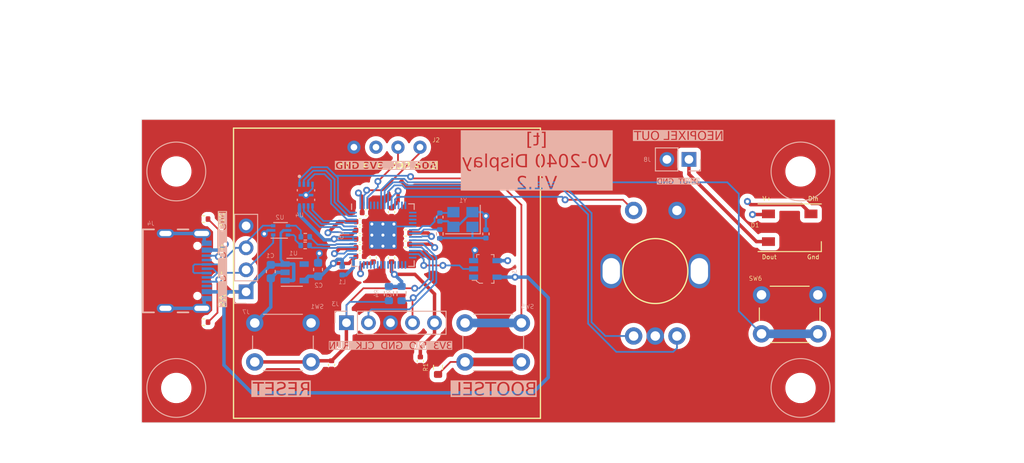
<source format=kicad_pcb>
(kicad_pcb (version 20221018) (generator pcbnew)
  (layers (0 "F.Cu" signal) (1 "In1.Cu" power) (2 "In2.Cu" power) (31 "B.Cu" signal) (34 "B.Paste" user) (35 "F.Paste" user) (36 "B.SilkS" user "B.Silkscreen") (37 "F.SilkS" user "F.Silkscreen") (38 "B.Mask" user) (39 "F.Mask" user) (44 "Edge.Cuts" user))
  (net 0 "")
  (net 1 "GND")
  (net 2 "VBUS")
  (net 3 "D+")
  (net 4 "D-")
  (net 5 "SDA")
  (net 6 "SCL")
  (net 7 "SWDCLK")
  (net 8 "SWDIO")
  (net 9 "Net-(D1-DOUT)")
  (net 10 "Kill_Switch")
  (net 11 "NeoPixel")
  (net 12 "Net-(D1-DIN)")
  (net 13 "OSC_IN")
  (net 14 "Net-(C4-Pad1)")
  (net 15 "Encoder_Switch")
  (net 16 "Encoder_B")
  (net 17 "Encoder_A")
  (net 18 "RUN")
  (net 19 "3.3V")
  (net 20 "AVDD")
  (net 22 "OSC_OUT")
  (net 23 "QSPI_SS")
  (net 24 "Net-(J4-CC2)")
  (net 25 "OUT_D+")
  (net 26 "OUT_D-")
  (net 27 "QSPI_SD2")
  (net 28 "QSPI_SD1")
  (net 29 "QSPI_SD3")
  (net 30 "QSPI_SCLK")
  (net 31 "QSPI_SD0")
  (net 32 "Net-(J4-CC1)")
  (net 34 "Net-(SW5-B)")
  (net 36 "1.1V")
  (net 61 "Net-(U5-USB_DP)")
  (net 62 "Net-(U5-USB_DM)")
  (footprint "Voron0 2040 library:R_0603_1608Metric" (layer "F.Cu") (at 119.36 78.26 90)
    (fp_text reference "R1")
    (fp_text value "1K" hide)
  )
  (footprint "Voron0 2040 library:MountingHole_3.2mm_M3" (layer "F.Cu") (at 161.17 80.65)
    (fp_text reference "H2" hide)
    (fp_text value "MountingHole" hide)
  )
  (footprint "Voron0 2040 library:MountingHole_3.2mm_M3" (layer "F.Cu") (at 161.17 55.65)
    (fp_text reference "H3" hide)
    (fp_text value "MountingHole" hide)
  )
  (footprint "Voron0 2040 library:LED_WS2812B_PLCC4_5.0x5.0mm_P3.2mm" (layer "F.Cu") (at 159.92 62.15)
    (fp_text reference "D1")
    (fp_text value "WS2812B" hide)
  )
  (footprint "Voron0 2040 library:SW_PUSH_6mm" (layer "F.Cu") (at 156.67 69.9)
    (fp_text reference "SW6")
    (fp_text value "MJTP1230A" hide)
  )
  (footprint "Voron0 2040 library:EN11_Encoder" (layer "F.Cu") (at 144.42 67.15)
    (fp_text reference "SW7" hide)
    (fp_text value "EN11-HSB1AF15" hide)
  )
  (footprint "Voron0 2040 library:MountingHole_3.2mm_M3" (layer "F.Cu") (at 89.17 80.65)
    (fp_text reference "H4" hide)
    (fp_text value "MountingHole" hide)
  )
  (footprint "Voron0 2040 library:MountingHole_3.2mm_M3" (layer "F.Cu") (at 89.17 55.65)
    (fp_text reference "H1" hide)
    (fp_text value "MountingHole" hide)
  )
  (footprint "Voron0 2040 library:1pt3in_OLED" (layer "F.Cu") (at 113.47 52.85)
    (fp_text reference "J2")
    (fp_text value "I2C Header 1" hide)
  )
  (footprint "Voron0 2040 library:C_0402_1005Metric" (layer "F.Cu") (at 110.37 62.45)
    (fp_text reference "C12" hide)
    (fp_text value "0.1uf" hide)
  )
  (footprint "Voron0 2040 library:R_0402_1005Metric" (layer "F.Cu") (at 92.32 73.05)
    (fp_text reference "R5" hide)
    (fp_text value "5.1K" hide)
  )
  (footprint "Voron0 2040 library:C_0402_1005Metric" (layer "F.Cu") (at 115.62 62.75 180)
    (fp_text reference "C11" hide)
    (fp_text value "0.1uf" hide)
  )
  (footprint "Voron0 2040 library:C_0402_1005Metric" (layer "F.Cu") (at 110.37 63.45)
    (fp_text reference "C14" hide)
    (fp_text value "0.1uf" hide)
  )
  (footprint "Voron0 2040 library:R_0402_1005Metric" (layer "F.Cu") (at 92.32 61.15 180)
    (fp_text reference "R6" hide)
    (fp_text value "5.1K" hide)
  )
  (footprint "Voron0 2040 library:C_0402_1005Metric" (layer "F.Cu") (at 107.08 77.99 -90)
    (fp_text reference "C8" hide)
    (fp_text value "0.1uf" hide)
  )
  (footprint "Voron0 2040 library:C_0402_1005Metric" (layer "F.Cu") (at 114 65.6 90)
    (fp_text reference "C10" hide)
    (fp_text value "0.1uf" hide)
  )
  (footprint "Voron0 2040 library:C_0402_1005Metric" (layer "F.Cu") (at 110.37 61.45)
    (fp_text reference "C9" hide)
    (fp_text value "1uf" hide)
  )
  (footprint "Voron0 2040 library:C_0402_1005Metric" (layer "F.Cu") (at 117.32 77.55 -90)
    (fp_text reference "C5" hide)
    (fp_text value "0.1uf" hide)
  )
  (footprint "Voron0 2040 library:C_0402_1005Metric" (layer "F.Cu") (at 110.37 64.45)
    (fp_text reference "C7" hide)
    (fp_text value "0.1uf" hide)
  )
  (footprint "Voron0 2040 library:C_0402_1005Metric" (layer "F.Cu") (at 110.37 65.45)
    (fp_text reference "C16" hide)
    (fp_text value "0.1uf" hide)
  )
  (footprint "Voron0 2040 library:C_0402_1005Metric" (layer "F.Cu") (at 111.09 60.4)
    (fp_text reference "C17" hide)
    (fp_text value "0.1uf" hide)
  )
  (footprint "Voron0 2040 library:C_0402_1005Metric" (layer "F.Cu") (at 114 60.35 -90)
    (fp_text reference "C13" hide)
    (fp_text value "0.1uf" hide)
  )
  (footprint "Voron0 2040 library:C_0402_1005Metric" (layer "F.Cu") (at 115.6 64.05 180)
    (fp_text reference "C6" hide)
    (fp_text value "0.1uf" hide)
  )
  (footprint "Voron0 2040 library:C_0402_1005Metric" (layer "F.Cu") (at 111.88 65.6 90)
    (fp_text reference "C15" hide)
    (fp_text value "0.1uf" hide)
  )
  (footprint "Voron0 2040 library:PinHeader_1x05_P2.54mm_Vertical" (layer "B.Cu") (at 108.795 73.12 -90)
    (fp_text reference "J3")
    (fp_text value "SWD" hide)
  )
  (footprint "Voron0 2040 library:R_0402_1005Metric" (layer "B.Cu") (at 119.56 62.86 -90)
    (fp_text reference "R2" hide)
    (fp_text value "1k" hide)
  )
  (footprint "Voron0 2040 library:R_0603_1608Metric" (layer "B.Cu") (at 115.15 69.75 -90)
    (fp_text reference "R3")
    (fp_text value "10k" hide)
  )
  (footprint "Voron0 2040 library:SW_PUSH_6mm" (layer "B.Cu") (at 128.975 73.145 180)
    (fp_text reference "SW5")
    (fp_text value "MJTP1230A" hide)
  )
  (footprint "Voron0 2040 library:C_0603_1608Metric" (layer "B.Cu") (at 105.52 66.975 90)
    (fp_text reference "C2")
    (fp_text value "4.7uF" hide)
  )
  (footprint "Voron0 2040 library:C_0402_1005Metric" (layer "B.Cu") (at 119.57 60.92 90)
    (fp_text reference "C3" hide)
    (fp_text value "27pf" hide)
  )
  (footprint "Voron0 2040 library:C_0402_1005Metric" (layer "B.Cu") (at 124.88 62.86 90)
    (fp_text reference "C4" hide)
    (fp_text value "27pf" hide)
  )
  (footprint "Voron0 2040 library:SOT-23-5" (layer "B.Cu") (at 102.82 67.295)
    (fp_text reference "U1")
    (fp_text value "AP2127K-3.3" hide)
  )
  (footprint "Voron0 2040 library:SOT-753" (layer "B.Cu") (at 124.81 66.9 90)
    (fp_text reference "U3")
    (fp_text value "74LVC1G17" hide)
  )
  (footprint "Voron0 2040 library:SOT-666" (layer "B.Cu") (at 101.195 62.45)
    (fp_text reference "U2")
    (fp_text value "USBLC6-2P6" hide)
  )
  (footprint "Voron0 2040 library:PinHeader_1x02_P2.54mm_Vertical" (layer "B.Cu") (at 148.3 54.26 90)
    (fp_text reference "J8")
    (fp_text value "Conn_01x02" hide)
  )
  (footprint "Voron0 2040 library:C_0603_1608Metric" (layer "B.Cu") (at 100.07 67.205 -90)
    (fp_text reference "C1")
    (fp_text value "4.7uF" hide)
  )
  (footprint "Voron0 2040 library:PinHeader_1x04_P2.54mm_Vertical" (layer "B.Cu") (at 97.22 69.55)
    (fp_text reference "J7")
    (fp_text value "USB_Header")
  )
  (footprint "Voron0 2040 library:IC_W25Q16JVUXIQ_TR" (layer "B.Cu") (at 104.13 58.3775 -90)
    (fp_text reference "U4")
    (fp_text value "W25Q16JVUXIQ_TR" hide)
  )
  (footprint "Voron0 2040 library:SW_PUSH_6mm" (layer "B.Cu") (at 104.72 73.145 180)
    (fp_text reference "SW1")
    (fp_text value "MJTP1230A" hide)
  )
  (footprint "Voron0 2040 library:R_0402_1005Metric" (layer "B.Cu") (at 104.05 63.19 180)
    (fp_text reference "R7" hide)
    (fp_text value "27R" hide)
  )
  (footprint "Voron0 2040 library:RP2040-QFN-56" (layer "B.Cu") (at 113 63 -90)
    (fp_text reference "U5")
    (fp_text value "RP2040" hide)
  )
  (footprint "Voron0 2040 library:L_0402_1005Metric" (layer "B.Cu") (at 108.31 67.11 -90)
    (fp_text reference "L1")
    (fp_text value "120R 100MHZ" hide)
  )
  (footprint "Voron0 2040 library:Crystal_SMD_3225-4Pin_3.2x2.5mm" (layer "B.Cu") (at 122.23 61.2 180)
    (fp_text reference "Y1")
    (fp_text value "12Mhz" hide)
  )
  (footprint "Voron0 2040 library:GCT_USB4105-GF-A" (layer "B.Cu") (at 87.92 67.13 90)
    (fp_text reference "J4")
    (fp_text value "USB-TYPE-C-018" hide)
  )
  (footprint "Voron0 2040 library:R_0603_1608Metric" (layer "B.Cu") (at 113.69 69.75 -90)
    (fp_text reference "R4")
    (fp_text value "10k" hide)
  )
  (footprint "Voron0 2040 library:R_0402_1005Metric" (layer "B.Cu") (at 104.03 64.19)
    (fp_text reference "R8" hide)
    (fp_text value "27R" hide)
  )
  (gr_circle (center 161.17 55.65) (end 163.57 53.25) (stroke (width 0.12)) (fill none) (layer "B.SilkS"))
  (gr_circle (center 89.17 80.65) (end 91.57 78.25) (stroke (width 0.12)) (fill none) (layer "B.SilkS"))
  (gr_circle (center 89.17 55.65) (end 91.57 53.25) (stroke (width 0.12)) (fill none) (layer "B.SilkS"))
  (gr_circle (center 161.17 80.65) (end 163.57 78.25) (stroke (width 0.12)) (fill none) (layer "B.SilkS"))
  (gr_line (start 85.17 84.65) (end 85.17 49.65) (stroke (width 0.05)) (layer "Edge.Cuts"))
  (gr_line (start 85.17 49.65) (end 165.17 49.65) (stroke (width 0.05)) (layer "Edge.Cuts"))
  (gr_line (start 165.17 84.65) (end 85.17 84.65) (stroke (width 0.05)) (layer "Edge.Cuts"))
  (gr_line (start 165.17 49.65) (end 165.17 84.65) (stroke (width 0.05)) (layer "Edge.Cuts"))
  (gr_text "5V    D-    D+    Gnd" (at 94.42 71.32 270) (layer "B.SilkS" knockout) (effects (font (size 0.8 0.8)) (justify left mirror)))
  (gr_text "NEOPIXEL OUT" (at 147.12 52.175) (layer "B.SilkS" knockout) (effects (font (size 1 1)) (justify bottom mirror)))
  (gr_text "3V3  DIO  GND  CLK  RUN" (at 113.87 75.81) (layer "B.SilkS" knockout) (effects (font (size 0.8 0.8)) (justify mirror)))
  (gr_text "[t]\nV0-2040 Display\nV1.2" (at 130.72 54.55) (layer "B.SilkS" knockout) (effects (font (size 1.5 1.5) (thickness 0.2)) (justify mirror)))
  (gr_text "RESET" (at 104.72 80.875) (layer "B.SilkS" knockout) (effects (font (size 1.5 1.5) (thickness 0.3)) (justify left mirror)))
  (gr_text "DOUT  GND" (at 147.07 56.825) (layer "B.SilkS" knockout) (effects (font (size 0.6 0.6)) (justify mirror)))
  (gr_text "SDA SCL  3V3 GND" (at 113.35 55.02) (layer "B.SilkS" knockout) (effects (font (size 0.8 0.8) (thickness 0.1875) bold) (justify mirror)))
  (gr_text "BOOTSEL" (at 125.87 80.875) (layer "B.SilkS" knockout) (effects (font (size 1.5 1.5) (thickness 0.3)) (justify mirror)))
  (gr_text "V+" (at 157.306 58.794) (layer "F.SilkS") (effects (font (size 0.5 0.5) (thickness 0.075))))
  (gr_text "Gnd" (at 162.64 65.525) (layer "F.SilkS") (effects (font (size 0.5 0.5) (thickness 0.075))))
  (gr_text " 5V    D-    D+    Gnd" (at 94.57 71.67 90) (layer "F.SilkS" knockout) (effects (font (size 0.8 0.8)) (justify left)))
  (gr_text "Dout" (at 157.56 65.525) (layer "F.SilkS") (effects (font (size 0.5 0.5) (thickness 0.075))))
  (gr_text "Din" (at 162.64 58.794) (layer "F.SilkS") (effects (font (size 0.5 0.5) (thickness 0.075))))
  (gr_text "GND 3V3  SCL SDA" (at 113.38 55.02) (layer "F.SilkS" knockout) (effects (font (size 0.8 0.8) (thickness 0.1875) bold)))
  (segment (start 110.85 62.45) (end 111 62.45) (width 0.4) (layer "F.Cu") (net 1))
  (segment (start 111.57 61.57) (end 111.725 61.725) (width 0.4) (layer "F.Cu") (net 1))
  (segment (start 111.275 63.45) (end 111.725 63) (width 0.4) (layer "F.Cu") (net 1))
  (segment (start 110.85 63.45) (end 111.275 63.45) (width 0.4) (layer "F.Cu") (net 1))
  (segment (start 91.81 71.74) (end 92.1 71.45) (width 0.4) (layer "F.Cu") (net 1))
  (segment (start 114 60.83) (end 114 61.45) (width 0.4) (layer "F.Cu") (net 1))
  (segment (start 110.85 64.45) (end 111.55 64.45) (width 0.4) (layer "F.Cu") (net 1))
  (segment (start 115.14 62.75) (end 114.525 62.75) (width 0.4) (layer "F.Cu") (net 1))
  (segment (start 114 64.55) (end 114.275 64.275) (width 0.4) (layer "F.Cu") (net 1))
  (segment (start 115.12 64.05) (end 114.5 64.05) (width 0.4) (layer "F.Cu") (net 1))
  (segment (start 110.85 61.45) (end 111.45 61.45) (width 0.4) (layer "F.Cu") (net 1))
  (segment (start 114.525 62.75) (end 114.275 63) (width 0.4) (layer "F.Cu") (net 1))
  (segment (start 110.85 65.45) (end 110.85 65.15) (width 0.4) (layer "F.Cu") (net 1))
  (segment (start 111.88 65.12) (end 111.88 64.43) (width 0.4) (layer "F.Cu") (net 1))
  (segment (start 111.55 64.45) (end 111.725 64.275) (width 0.4) (layer "F.Cu") (net 1))
  (segment (start 111.57 60.4) (end 111.57 61.57) (width 0.4) (layer "F.Cu") (net 1))
  (segment (start 110.85 65.15) (end 111.725 64.275) (width 0.4) (layer "F.Cu") (net 1))
  (segment (start 111.45 61.45) (end 111.725 61.725) (width 0.4) (layer "F.Cu") (net 1))
  (segment (start 111.88 64.43) (end 111.725 64.275) (width 0.4) (layer "F.Cu") (net 1))
  (segment (start 114.5 64.05) (end 114.275 64.275) (width 0.4) (layer "F.Cu") (net 1))
  (segment (start 111 62.45) (end 111.725 61.725) (width 0.4) (layer "F.Cu") (net 1))
  (segment (start 114 61.45) (end 114.275 61.725) (width 0.4) (layer "F.Cu") (net 1))
  (segment (start 114 65.12) (end 114 64.55) (width 0.4) (layer "F.Cu") (net 1))
  (via (at 99.32 62.85) (size 0.8) (drill 0.4) (layers "F.Cu" "B.Cu") (net 1))
  (via (at 124.88 60.79) (size 0.8) (drill 0.4) (layers "F.Cu" "B.Cu") (net 1))
  (via (at 123.61 64.75) (size 0.8) (drill 0.4) (layers "F.Cu" "B.Cu") (net 1))
  (via (at 105.67 65.1) (size 0.8) (drill 0.4) (layers "F.Cu" "B.Cu") (net 1))
  (via (at 104.13 58.3775) (size 0.8) (drill 0.4) (layers "F.Cu" "B.Cu") (net 1))
  (segment (start 92.1 62.81) (end 87.64 62.81) (width 0.4) (layer "B.Cu") (net 1))
  (segment (start 99.72 62.45) (end 99.32 62.85) (width 0.3) (layer "B.Cu") (net 1))
  (segment (start 114 62) (end 113.01 62.99) (width 0.2) (layer "B.Cu") (net 1))
  (segment (start 92.395 70.33) (end 92.395 71.155) (width 0.4) (layer "B.Cu") (net 1))
  (segment (start 123.46 64.9) (end 123.61 64.75) (width 0.2) (layer "B.Cu") (net 1))
  (segment (start 104.88 57.1275) (end 104.88 57.6275) (width 0.2) (layer "B.Cu") (net 1))
  (segment (start 121.13 62.05) (end 121.545 62.05) (width 0.25) (layer "B.Cu") (net 1))
  (segment (start 100.07 67.98) (end 100.07 71.295) (width 0.4) (layer "B.Cu") (net 1))
  (segment (start 92.395 71.155) (end 92.1 71.45) (width 0.4) (layer "B.Cu") (net 1))
  (segment (start 119.57 61.4) (end 120.48 61.4) (width 0.25) (layer "B.Cu") (net 1))
  (segment (start 92.1 71.45) (end 87.64 71.45) (width 0.4) (layer "B.Cu") (net 1))
  (segment (start 124.88 60.79) (end 124.44 60.35) (width 0.25) (layer "B.Cu") (net 1))
  (segment (start 124.44 60.35) (end 123.33 60.35) (width 0.25) (layer "B.Cu") (net 1))
  (segment (start 113.01 62.99) (end 113 63) (width 0.2) (layer "B.Cu") (net 1))
  (segment (start 100.755 67.295) (end 100.07 67.98) (width 0.4) (layer "B.Cu") (net 1))
  (segment (start 120.48 61.4) (end 121.13 62.05) (width 0.25) (layer "B.Cu") (net 1))
  (segment (start 92.395 63.105) (end 92.1 62.81) (width 0.4) (layer "B.Cu") (net 1))
  (segment (start 124.88 60.79) (end 124.88 62.38) (width 0.25) (layer "B.Cu") (net 1))
  (segment (start 92.395 63.93) (end 92.395 63.105) (width 0.4) (layer "B.Cu") (net 1))
  (segment (start 104.88 57.6275) (end 104.13 58.3775) (width 0.2) (layer "B.Cu") (net 1))
  (segment (start 100.27 62.45) (end 99.72 62.45) (width 0.3) (layer "B.Cu") (net 1))
  (segment (start 105.52 65.25) (end 105.52 66.2) (width 0.25) (layer "B.Cu") (net 1))
  (segment (start 116.435 62) (end 114 62) (width 0.2) (layer "B.Cu") (net 1))
  (segment (start 105.67 65.1) (end 105.52 65.25) (width 0.25) (layer "B.Cu") (net 1))
  (segment (start 123.46 65.95) (end 123.46 64.9) (width 0.2) (layer "B.Cu") (net 1))
  (segment (start 121.545 62.05) (end 123.245 60.35) (width 0.25) (layer "B.Cu") (net 1))
  (segment (start 123.245 60.35) (end 123.33 60.35) (width 0.25) (layer "B.Cu") (net 1))
  (segment (start 101.72 67.295) (end 100.755 67.295) (width 0.4) (layer "B.Cu") (net 1))
  (segment (start 100.07 71.295) (end 98.22 73.145) (width 0.4) (layer "B.Cu") (net 1))
  (segment (start 155.63 60.62) (end 157.4 60.62) (width 0.4) (layer "F.Cu") (net 2))
  (segment (start 95.52 69.55) (end 97.22 69.55) (width 0.4) (layer "F.Cu") (net 2))
  (segment (start 94.82 64.05) (end 94.82 68.85) (width 0.4) (layer "F.Cu") (net 2))
  (segment (start 94.82 68.85) (end 95.52 69.55) (width 0.4) (layer "F.Cu") (net 2))
  (segment (start 157.4 60.62) (end 157.47 60.55) (width 0.4) (layer "F.Cu") (net 2))
  (via (at 155.63 60.62) (size 0.8) (drill 0.4) (layers "F.Cu" "B.Cu") (net 2))
  (via (at 128.24 67.85) (size 0.8) (drill 0.4) (layers "F.Cu" "B.Cu") (net 2))
  (via (at 94.82 64.05) (size 0.8) (drill 0.4) (layers "F.Cu" "B.Cu") (net 2))
  (segment (start 94.14 64.73) (end 92.395 64.73) (width 0.4) (layer "B.Cu") (net 2))
  (segment (start 102.65 68.245) (end 101.72 68.245) (width 0.4) (layer "B.Cu") (net 2))
  (segment (start 132.07 70.23) (end 132.07 79.43) (width 0.4) (layer "B.Cu") (net 2))
  (segment (start 97.22 69.55) (end 95.72 69.55) (width 0.4) (layer "B.Cu") (net 2))
  (segment (start 129.69 67.85) (end 132.07 70.23) (width 0.4) (layer "B.Cu") (net 2))
  (segment (start 101.52 62.45) (end 101.22 62.75) (width 0.3) (layer "B.Cu") (net 2))
  (segment (start 102.715 66.345) (end 102.715 68.18) (width 0.4) (layer "B.Cu") (net 2))
  (segment (start 102.12 62.45) (end 101.52 62.45) (width 0.3) (layer "B.Cu") (net 2))
  (segment (start 101.22 62.75) (end 101.22 65.845) (width 0.3) (layer "B.Cu") (net 2))
  (segment (start 97.88 81.21) (end 94.67 78) (width 0.4) (layer "B.Cu") (net 2))
  (segment (start 128.24 67.85) (end 129.69 67.85) (width 0.4) (layer "B.Cu") (net 2))
  (segment (start 128.24 67.85) (end 126.16 67.85) (width 0.4) (layer "B.Cu") (net 2))
  (segment (start 102.715 68.18) (end 102.65 68.245) (width 0.4) (layer "B.Cu") (net 2))
  (segment (start 94.67 78) (end 94.67 70.1) (width 0.4) (layer "B.Cu") (net 2))
  (segment (start 130.29 81.21) (end 97.88 81.21) (width 0.4) (layer "B.Cu") (net 2))
  (segment (start 100.07 66.43) (end 97.22 69.28) (width 0.4) (layer "B.Cu") (net 2))
  (segment (start 101.635 66.43) (end 101.72 66.345) (width 0.4) (layer "B.Cu") (net 2))
  (segment (start 100.07 66.43) (end 101.635 66.43) (width 0.4) (layer "B.Cu") (net 2))
  (segment (start 94.67 70.1) (end 95.22 69.55) (width 0.4) (layer "B.Cu") (net 2))
  (segment (start 94.82 64.05) (end 94.14 64.73) (width 0.4) (layer "B.Cu") (net 2))
  (segment (start 95.22 69.55) (end 95.72 69.55) (width 0.4) (layer "B.Cu") (net 2))
  (segment (start 97.22 69.28) (end 97.22 69.55) (width 0.4) (layer "B.Cu") (net 2))
  (segment (start 101.72 66.345) (end 102.715 66.345) (width 0.4) (layer "B.Cu") (net 2))
  (segment (start 132.07 79.43) (end 130.29 81.21) (width 0.4) (layer "B.Cu") (net 2))
  (segment (start 92.415 69.55) (end 95.72 69.55) (width 0.4) (layer "B.Cu") (net 2))
  (segment (start 101.22 65.845) (end 101.72 66.345) (width 0.3) (layer "B.Cu") (net 2))
  (segment (start 92.395 66.38) (end 94.11 66.38) (width 0.2) (layer "B.Cu") (net 3))
  (segment (start 100.345 61.9125) (end 99.1575 61.9125) (width 0.2) (layer "B.Cu") (net 3))
  (segment (start 91.12 66.55) (end 91.29 66.38) (width 0.2) (layer "B.Cu") (net 3))
  (segment (start 94.11 66.38) (end 96.02 64.47) (width 0.2) (layer "B.Cu") (net 3))
  (segment (start 91.25 67.38) (end 91.12 67.25) (width 0.2) (layer "B.Cu") (net 3))
  (segment (start 92.395 67.38) (end 91.25 67.38) (width 0.2) (layer "B.Cu") (net 3))
  (segment (start 97.22 63.85) (end 97.22 64.47) (width 0.2) (layer "B.Cu") (net 3))
  (segment (start 96.02 64.47) (end 97.22 64.47) (width 0.2) (layer "B.Cu") (net 3))
  (segment (start 91.12 67.25) (end 91.12 66.55) (width 0.2) (layer "B.Cu") (net 3))
  (segment (start 91.29 66.38) (end 92.395 66.38) (width 0.2) (layer "B.Cu") (net 3))
  (segment (start 99.1575 61.9125) (end 97.22 63.85) (width 0.2) (layer "B.Cu") (net 3))
  (segment (start 92.395 66.88) (end 93.4 66.88) (width 0.2) (layer "B.Cu") (net 4))
  (segment (start 96.88 67.35) (end 93.912893 67.35) (width 0.2) (layer "B.Cu") (net 4))
  (segment (start 100.345 63.885) (end 97.22 67.01) (width 0.2) (layer "B.Cu") (net 4))
  (segment (start 100.345 62.9875) (end 100.345 63.885) (width 0.2) (layer "B.Cu") (net 4))
  (segment (start 97.22 67.01) (end 96.88 67.35) (width 0.2) (layer "B.Cu") (net 4))
  (segment (start 93.4 66.88) (end 93.891446 67.371447) (width 0.2) (layer "B.Cu") (net 4))
  (segment (start 93.382893 67.88) (end 92.395 67.88) (width 0.2) (layer "B.Cu") (net 4))
  (segment (start 93.891446 67.371447) (end 93.382893 67.88) (width 0.2) (layer "B.Cu") (net 4))
  (segment (start 111.126965 57.816965) (end 112.95227 57.816965) (width 0.2) (layer "F.Cu") (net 5))
  (segment (start 112.95227 57.816965) (end 117.28 53.489235) (width 0.2) (layer "F.Cu") (net 5))
  (segment (start 117.28 53.489235) (end 117.28 52.85) (width 0.2) (layer "F.Cu") (net 5))
  (via (at 111.126965 57.816965) (size 0.8) (drill 0.4) (layers "F.Cu" "B.Cu") (net 5))
  (segment (start 111.126965 58.10631) (end 110.8 58.433275) (width 0.2) (layer "B.Cu") (net 5))
  (segment (start 110.8 58.433275) (end 110.8 59.5625) (width 0.2) (layer "B.Cu") (net 5))
  (segment (start 111.126965 57.816965) (end 111.126965 58.10631) (width 0.2) (layer "B.Cu") (net 5))
  (segment (start 114.74 54.4795) (end 114.74 52.85) (width 0.2) (layer "F.Cu") (net 6))
  (segment (start 112.42 56.7995) (end 114.74 54.4795) (width 0.2) (layer "F.Cu") (net 6))
  (via (at 112.42 56.7995) (size 0.8) (drill 0.4) (layers "F.Cu" "B.Cu") (net 6))
  (segment (start 112.42 57.442463) (end 111.2 58.662463) (width 0.2) (layer "B.Cu") (net 6))
  (segment (start 112.42 56.7995) (end 112.42 57.442463) (width 0.2) (layer "B.Cu") (net 6))
  (segment (start 111.2 58.662463) (end 111.2 59.5625) (width 0.2) (layer "B.Cu") (net 6))
  (segment (start 116.4375 64) (end 117.615686 64) (width 0.2) (layer "B.Cu") (net 7))
  (segment (start 119.16 68.485685) (end 116.075685 71.57) (width 0.2) (layer "B.Cu") (net 7))
  (segment (start 119.16 65.544314) (end 119.16 68.485685) (width 0.2) (layer "B.Cu") (net 7))
  (segment (start 111.335 71.905) (end 111.335 73.12) (width 0.2) (layer "B.Cu") (net 7))
  (segment (start 116.075685 71.57) (end 111.67 71.57) (width 0.2) (layer "B.Cu") (net 7))
  (segment (start 111.67 71.57) (end 111.335 71.905) (width 0.2) (layer "B.Cu") (net 7))
  (segment (start 117.615686 64) (end 119.16 65.544314) (width 0.2) (layer "B.Cu") (net 7))
  (segment (start 116.415 70.312152) (end 116.415 73.12) (width 0.2) (layer "F.Cu") (net 8))
  (segment (start 116.498576 70.228576) (end 116.415 70.312152) (width 0.2) (layer "F.Cu") (net 8))
  (via (at 116.498576 70.228576) (size 0.8) (drill 0.4) (layers "F.Cu" "B.Cu") (net 8))
  (segment (start 118.76 65.71) (end 117.45 64.4) (width 0.2) (layer "B.Cu") (net 8))
  (segment (start 116.498576 70.228576) (end 116.697485 70.228576) (width 0.2) (layer "B.Cu") (net 8))
  (segment (start 117.45 64.4) (end 116.4375 64.4) (width 0.2) (layer "B.Cu") (net 8))
  (segment (start 118.76 68.166061) (end 118.76 65.71) (width 0.2) (layer "B.Cu") (net 8))
  (segment (start 116.498576 70.228576) (end 116.152152 70.575) (width 0.2) (layer "B.Cu") (net 8))
  (segment (start 116.152152 70.575) (end 115.15 70.575) (width 0.2) (layer "B.Cu") (net 8))
  (segment (start 116.697485 70.228576) (end 118.76 68.166061) (width 0.2) (layer "B.Cu") (net 8))
  (segment (start 157.47 63.75) (end 156.09 63.75) (width 0.4) (layer "F.Cu") (net 9))
  (segment (start 148.3 55.96) (end 148.3 54.26) (width 0.4) (layer "F.Cu") (net 9))
  (segment (start 156.09 63.75) (end 148.3 55.96) (width 0.4) (layer "F.Cu") (net 9))
  (segment (start 154.05 58.23) (end 154.05 71.78) (width 0.2) (layer "B.Cu") (net 10))
  (segment (start 112.8 57.77) (end 114.07 56.5) (width 0.2) (layer "B.Cu") (net 10))
  (segment (start 163.17 74.4) (end 156.67 74.4) (width 1) (layer "B.Cu") (net 10))
  (segment (start 152.72 56.9) (end 154.05 58.23) (width 0.2) (layer "B.Cu") (net 10))
  (segment (start 112.8 59.5625) (end 112.8 57.77) (width 0.2) (layer "B.Cu") (net 10))
  (segment (start 115.463603 56.5) (end 115.863603 56.9) (width 0.2) (layer "B.Cu") (net 10))
  (segment (start 154.05 71.78) (end 156.67 74.4) (width 0.2) (layer "B.Cu") (net 10))
  (segment (start 114.07 56.5) (end 115.463603 56.5) (width 0.2) (layer "B.Cu") (net 10))
  (segment (start 115.863603 56.9) (end 152.72 56.9) (width 0.2) (layer "B.Cu") (net 10))
  (segment (start 119.92 66.5) (end 117.71 66.5) (width 0.2) (layer "F.Cu") (net 11))
  (via (at 117.71 66.5) (size 0.8) (drill 0.4) (layers "F.Cu" "B.Cu") (net 11))
  (via (at 119.92 66.5) (size 0.8) (drill 0.4) (layers "F.Cu" "B.Cu") (net 11))
  (segment (start 117.118628 65.2) (end 116.4375 65.2) (width 0.2) (layer "B.Cu") (net 11))
  (segment (start 121.84 66.5) (end 122.24 66.9) (width 0.2) (layer "B.Cu") (net 11))
  (segment (start 117.71 66.5) (end 117.71 65.791372) (width 0.2) (layer "B.Cu") (net 11))
  (segment (start 119.92 66.5) (end 121.84 66.5) (width 0.2) (layer "B.Cu") (net 11))
  (segment (start 117.71 65.791372) (end 117.118628 65.2) (width 0.2) (layer "B.Cu") (net 11))
  (segment (start 122.24 66.9) (end 123.46 66.9) (width 0.2) (layer "B.Cu") (net 11))
  (segment (start 155.407825 59.48) (end 161.3 59.48) (width 0.4) (layer "F.Cu") (net 12))
  (segment (start 155.043913 59.116088) (end 155.407825 59.48) (width 0.4) (layer "F.Cu") (net 12))
  (segment (start 161.3 59.48) (end 162.37 60.55) (width 0.4) (layer "F.Cu") (net 12))
  (via (at 127.389999 65.95) (size 0.8) (drill 0.4) (layers "F.Cu" "B.Cu") (net 12))
  (via (at 155.043913 59.116088) (size 0.8) (drill 0.4) (layers "F.Cu" "B.Cu") (net 12))
  (segment (start 126.16 65.95) (end 127.389999 65.95) (width 0.4) (layer "B.Cu") (net 12))
  (segment (start 118.45 61.95) (end 118.96 61.44) (width 0.2) (layer "B.Cu") (net 13))
  (segment (start 117.116876 62.4) (end 117.566877 61.95) (width 0.2) (layer "B.Cu") (net 13))
  (segment (start 119.57 60.44) (end 121.04 60.44) (width 0.2) (layer "B.Cu") (net 13))
  (segment (start 121.04 60.44) (end 121.13 60.35) (width 0.2) (layer "B.Cu") (net 13))
  (segment (start 116.4375 62.4) (end 117.116876 62.4) (width 0.2) (layer "B.Cu") (net 13))
  (segment (start 118.96 61.44) (end 118.96 61.05) (width 0.2) (layer "B.Cu") (net 13))
  (segment (start 118.96 61.05) (end 119.57 60.44) (width 0.2) (layer "B.Cu") (net 13))
  (segment (start 117.566877 61.95) (end 118.45 61.95) (width 0.2) (layer "B.Cu") (net 13))
  (segment (start 123.33 62.05) (end 123.33 63.31) (width 0.25) (layer "B.Cu") (net 14))
  (segment (start 124.88 63.34) (end 123.3 63.34) (width 0.25) (layer "B.Cu") (net 14))
  (segment (start 123.3 63.34) (end 119.59 63.34) (width 0.25) (layer "B.Cu") (net 14))
  (segment (start 123.33 63.31) (end 123.3 63.34) (width 0.25) (layer "B.Cu") (net 14))
  (segment (start 134.02 58.92) (end 140.69 58.92) (width 0.2) (layer "F.Cu") (net 15))
  (segment (start 140.69 58.92) (end 141.92 60.15) (width 0.2) (layer "F.Cu") (net 15))
  (via (at 134.02 58.92) (size 0.8) (drill 0.4) (layers "F.Cu" "B.Cu") (net 15))
  (segment (start 133.676349 58.576349) (end 115.05289 58.576349) (width 0.2) (layer "B.Cu") (net 15))
  (segment (start 114.680235 58.6) (end 114.4 58.880235) (width 0.2) (layer "B.Cu") (net 15))
  (segment (start 134.02 58.92) (end 133.676349 58.576349) (width 0.2) (layer "B.Cu") (net 15))
  (segment (start 115.029239 58.6) (end 114.680235 58.6) (width 0.2) (layer "B.Cu") (net 15))
  (segment (start 115.05289 58.576349) (end 115.029239 58.6) (width 0.2) (layer "B.Cu") (net 15))
  (segment (start 114.4 58.880235) (end 114.4 59.5625) (width 0.2) (layer "B.Cu") (net 15))
  (segment (start 113.6 57.97) (end 114.32 57.25) (width 0.2) (layer "B.Cu") (net 16))
  (segment (start 136.67 73.225686) (end 139.924314 76.48) (width 0.2) (layer "B.Cu") (net 16))
  (segment (start 146.92 76.04) (end 146.92 74.65) (width 0.2) (layer "B.Cu") (net 16))
  (segment (start 136.67 60.62) (end 136.67 73.225686) (width 0.2) (layer "B.Cu") (net 16))
  (segment (start 139.924314 76.48) (end 146.48 76.48) (width 0.2) (layer "B.Cu") (net 16))
  (segment (start 114.32 57.25) (end 115.223654 57.25) (width 0.2) (layer "B.Cu") (net 16))
  (segment (start 115.223654 57.25) (end 115.573654 57.6) (width 0.2) (layer "B.Cu") (net 16))
  (segment (start 115.573654 57.6) (end 133.65 57.6) (width 0.2) (layer "B.Cu") (net 16))
  (segment (start 133.65 57.6) (end 136.67 60.62) (width 0.2) (layer "B.Cu") (net 16))
  (segment (start 113.6 59.5625) (end 113.6 57.97) (width 0.2) (layer "B.Cu") (net 16))
  (segment (start 146.48 76.48) (end 146.92 76.04) (width 0.2) (layer "B.Cu") (net 16))
  (segment (start 137.07 73.06) (end 138.66 74.65) (width 0.2) (layer "B.Cu") (net 17))
  (segment (start 138.66 74.65) (end 141.92 74.65) (width 0.2) (layer "B.Cu") (net 17))
  (segment (start 114.164974 56.9) (end 115.368629 56.9) (width 0.2) (layer "B.Cu") (net 17))
  (segment (start 115.718629 57.25) (end 133.865685 57.25) (width 0.2) (layer "B.Cu") (net 17))
  (segment (start 113.2 57.864974) (end 114.164974 56.9) (width 0.2) (layer "B.Cu") (net 17))
  (segment (start 115.368629 56.9) (end 115.718629 57.25) (width 0.2) (layer "B.Cu") (net 17))
  (segment (start 137.07 60.454315) (end 137.07 73.06) (width 0.2) (layer "B.Cu") (net 17))
  (segment (start 113.2 59.5625) (end 113.2 57.864974) (width 0.2) (layer "B.Cu") (net 17))
  (segment (start 133.865685 57.25) (end 137.07 60.454315) (width 0.2) (layer "B.Cu") (net 17))
  (segment (start 108.79 73.125) (end 108.795 73.12) (width 0.4) (layer "F.Cu") (net 18))
  (segment (start 108.79 75.8) (end 108.79 73.125) (width 0.4) (layer "F.Cu") (net 18))
  (segment (start 104.72 77.645) (end 104.855 77.51) (width 0.4) (layer "F.Cu") (net 18))
  (segment (start 107.08 77.51) (end 108.79 75.8) (width 0.4) (layer "F.Cu") (net 18))
  (segment (start 104.855 77.51) (end 107.08 77.51) (width 0.4) (layer "F.Cu") (net 18))
  (segment (start 98.22 77.645) (end 104.72 77.645) (width 0.4) (layer "F.Cu") (net 18))
  (segment (start 116.67 69.14) (end 110.746809 69.14) (width 0.2) (layer "F.Cu") (net 18))
  (segment (start 110.746809 69.14) (end 108.795 71.091809) (width 0.2) (layer "F.Cu") (net 18))
  (segment (start 108.795 71.091809) (end 108.795 73.12) (width 0.2) (layer "F.Cu") (net 18))
  (via (at 116.67 69.14) (size 0.8) (drill 0.4) (layers "F.Cu" "B.Cu") (net 18))
  (segment (start 108.79 71.1) (end 108.795 71.105) (width 0.2) (layer "B.Cu") (net 18))
  (segment (start 117.284314 64.8) (end 116.4375 64.8) (width 0.2) (layer "B.Cu") (net 18))
  (segment (start 108.795 71.105) (end 108.795 73.12) (width 0.2) (layer "B.Cu") (net 18))
  (segment (start 117.184314 69.14) (end 118.36 67.964314) (width 0.2) (layer "B.Cu") (net 18))
  (segment (start 118.36 65.875686) (end 117.284314 64.8) (width 0.2) (layer "B.Cu") (net 18))
  (segment (start 113.56 70.705) (end 109.185 70.705) (width 0.2) (layer "B.Cu") (net 18))
  (segment (start 118.36 67.964314) (end 118.36 65.875686) (width 0.2) (layer "B.Cu") (net 18))
  (segment (start 113.69 70.575) (end 113.56 70.705) (width 0.2) (layer "B.Cu") (net 18))
  (segment (start 109.185 70.705) (end 108.79 71.1) (width 0.2) (layer "B.Cu") (net 18))
  (segment (start 116.67 69.14) (end 117.184314 69.14) (width 0.2) (layer "B.Cu") (net 18))
  (segment (start 110.176721 58.137315) (end 110.61 58.570594) (width 0.4) (layer "F.Cu") (net 19))
  (segment (start 110.83 66.26) (end 111.7 66.26) (width 0.4) (layer "F.Cu") (net 19))
  (segment (start 118.601375 63.148625) (end 118.20275 62.75) (width 0.4) (layer "F.Cu") (net 19))
  (segment (start 108.03 63.31) (end 108.24 63.1) (width 0.4) (layer "F.Cu") (net 19))
  (segment (start 116.69 67.53) (end 118.955 69.795) (width 0.4) (layer "F.Cu") (net 19))
  (segment (start 110.42 66.67) (end 110.83 66.26) (width 0.4) (layer "F.Cu") (net 19))
  (segment (start 114.32 67.53) (end 116.69 67.53) (width 0.4) (layer "F.Cu") (net 19))
  (segment (start 108.24 63.1) (end 109.24 63.1) (width 0.4) (layer "F.Cu") (net 19))
  (segment (start 110.42 67.45) (end 110.42 66.67) (width 0.4) (layer "F.Cu") (net 19))
  (segment (start 110.61 58.570594) (end 110.61 60.4) (width 0.4) (layer "F.Cu") (net 19))
  (segment (start 117.32 77.07) (end 117.32 76.04) (width 0.4) (layer "F.Cu") (net 19))
  (segment (start 108.38 63.31) (end 108.52 63.45) (width 0.4) (layer "F.Cu") (net 19))
  (segment (start 108.52 63.45) (end 109.89 63.45) (width 0.4) (layer "F.Cu") (net 19))
  (segment (start 114.02 59.85) (end 114 59.87) (width 0.2) (layer "F.Cu") (net 19))
  (segment (start 109.24 63.1) (end 109.89 62.45) (width 0.4) (layer "F.Cu") (net 19))
  (segment (start 118.955 74.405) (end 118.955 73.12) (width 0.4) (layer "F.Cu") (net 19))
  (segment (start 117.32 76.04) (end 118.955 74.405) (width 0.4) (layer "F.Cu") (net 19))
  (segment (start 114.32 67.53) (end 114 67.21) (width 0.4) (layer "F.Cu") (net 19))
  (segment (start 108.03 63.31) (end 108.38 63.31) (width 0.4) (layer "F.Cu") (net 19))
  (segment (start 118.955 69.795) (end 118.955 73.12) (width 0.4) (layer "F.Cu") (net 19))
  (segment (start 114.754266 59.115734) (end 114.02 59.85) (width 0.4) (layer "F.Cu") (net 19))
  (segment (start 107.29 66.27) (end 109.07 66.27) (width 0.4) (layer "F.Cu") (net 19))
  (segment (start 114.754266 57.8995) (end 114.754266 59.115734) (width 0.4) (layer "F.Cu") (net 19))
  (segment (start 109.07 66.27) (end 109.89 65.45) (width 0.4) (layer "F.Cu") (net 19))
  (segment (start 114 67.21) (end 114 66.08) (width 0.4) (layer "F.Cu") (net 19))
  (segment (start 118.20275 62.75) (end 116.1 62.75) (width 0.4) (layer "F.Cu") (net 19))
  (segment (start 111.7 66.26) (end 111.88 66.08) (width 0.4) (layer "F.Cu") (net 19))
  (via (at 114.754266 57.8995) (size 0.8) (drill 0.4) (layers "F.Cu" "B.Cu") (net 19))
  (via (at 110.42 67.45) (size 0.8) (drill 0.4) (layers "F.Cu" "B.Cu") (net 19))
  (via (at 107.29 66.27) (size 0.8) (drill 0.4) (layers "F.Cu" "B.Cu") (net 19))
  (via (at 110.176721 58.137315) (size 0.8) (drill 0.4) (layers "F.Cu" "B.Cu") (net 19))
  (via (at 118.601375 63.148625) (size 0.8) (drill 0.4) (layers "F.Cu" "B.Cu") (net 19))
  (via (at 114.32 67.53) (size 0.8) (drill 0.4) (layers "F.Cu" "B.Cu") (net 19))
  (via (at 107.378787 63.446897) (size 0.8) (drill 0.4) (layers "F.Cu" "B.Cu") (net 19))
  (segment (start 108.959315 65.2) (end 109.5625 65.2) (width 0.2) (layer "B.Cu") (net 19))
  (segment (start 110.4 67.43) (end 110.4 66.4375) (width 0.2) (layer "B.Cu") (net 19))
  (segment (start 107.378787 63.446897) (end 107.625684 63.2) (width 0.2) (layer "B.Cu") (net 19))
  (segment (start 107.53189 63.6) (end 109.5625 63.6) (width 0.2) (layer "B.Cu") (net 19))
  (segment (start 107.378787 63.446897) (end 107.53189 63.6) (width 0.2) (layer "B.Cu") (net 19))
  (segment (start 115.15 68.925) (end 113.69 68.925) (width 0.4) (layer "B.Cu") (net 19))
  (segment (start 103.38 60.7) (end 103.38 59.6275) (width 0.4) (layer "B.Cu") (net 19))
  (segment (start 108.175 65.795) (end 108.364315 65.795) (width 0.2) (layer "B.Cu") (net 19))
  (segment (start 114.32 67.53) (end 115.15 68.36) (width 0.4) (layer "B.Cu") (net 19))
  (segment (start 104.415 67.75) (end 103.92 68.245) (width 0.4) (layer "B.Cu") (net 19))
  (segment (start 114 67.21) (end 114 66.4375) (width 0.2) (layer "B.Cu") (net 19))
  (segment (start 107.765 65.795) (end 108.175 65.795) (width 0.4) (layer "B.Cu") (net 19))
  (segment (start 110.176721 58.137315) (end 110.4 58.360594) (width 0.2) (layer "B.Cu") (net 19))
  (segment (start 115.15 68.36) (end 115.15 68.925) (width 0.4) (layer "B.Cu") (net 19))
  (segment (start 105.52 67.75) (end 104.415 67.75) (width 0.4) (layer "B.Cu") (net 19))
  (segment (start 105.81 67.75) (end 107.765 65.795) (width 0.4) (layer "B.Cu") (net 19))
  (segment (start 109.5625 63.2) (end 109.5625 63.6) (width 0.2) (layer "B.Cu") (net 19))
  (segment (start 105.52 67.75) (end 105.81 67.75) (width 0.4) (layer "B.Cu") (net 19))
  (segment (start 108.31 65.93) (end 108.175 65.795) (width 0.4) (layer "B.Cu") (net 19))
  (segment (start 118.601375 63.148625) (end 118.57775 63.125) (width 0.2) (layer "B.Cu") (net 19))
  (segment (start 114 58.653766) (end 114 59.5625) (width 0.2) (layer "B.Cu") (net 19))
  (segment (start 114.754266 57.8995) (end 114 58.653766) (width 0.2) (layer "B.Cu") (net 19))
  (segment (start 106.23 63.55) (end 103.38 60.7) (width 0.4) (layer "B.Cu") (net 19))
  (segment (start 117.523248 63.125) (end 117.448248 63.2) (width 0.2) (layer "B.Cu") (net 19))
  (segment (start 110.4 58.360594) (end 110.4 59.5625) (width 0.2) (layer "B.Cu") (net 19))
  (segment (start 118.57775 63.125) (end 117.523248 63.125) (width 0.2) (layer "B.Cu") (net 19))
  (segment (start 107.625684 63.2) (end 109.5625 63.2) (width 0.2) (layer "B.Cu") (net 19))
  (segment (start 107.378787 63.446897) (end 107.275684 63.55) (width 0.4) (layer "B.Cu") (net 19))
  (segment (start 117.448248 63.2) (end 116.4375 63.2) (width 0.2) (layer "B.Cu") (net 19))
  (segment (start 108.364315 65.795) (end 108.959315 65.2) (width 0.2) (layer "B.Cu") (net 19))
  (segment (start 114.32 67.53) (end 114 67.21) (width 0.2) (layer "B.Cu") (net 19))
  (segment (start 110.42 67.45) (end 110.4 67.43) (width 0.2) (layer "B.Cu") (net 19))
  (segment (start 108.31 66.625) (end 108.31 65.93) (width 0.4) (layer "B.Cu") (net 19))
  (segment (start 107.275684 63.55) (end 106.23 63.55) (width 0.4) (layer "B.Cu") (net 19))
  (segment (start 109.5625 65.6) (end 109.5625 65.9725) (width 0.2) (layer "B.Cu") (net 20))
  (segment (start 109.57 66.76) (end 108.735 67.595) (width 0.4) (layer "B.Cu") (net 20))
  (segment (start 108.735 67.595) (end 108.31 67.595) (width 0.4) (layer "B.Cu") (net 20))
  (segment (start 109.57 65.98) (end 109.57 66.76) (width 0.4) (layer "B.Cu") (net 20))
  (segment (start 109.5625 65.9725) (end 109.57 65.98) (width 0.2) (layer "B.Cu") (net 20))
  (segment (start 116.4375 62.8) (end 117.282562 62.8) (width 0.2) (layer "B.Cu") (net 22))
  (segment (start 117.732562 62.35) (end 119.56 62.35) (width 0.2) (layer "B.Cu") (net 22))
  (segment (start 117.282562 62.8) (end 117.732562 62.35) (width 0.2) (layer "B.Cu") (net 22))
  (segment (start 116.390568 56.45) (end 116.191068 56.2505) (width 0.2) (layer "F.Cu") (net 23))
  (segment (start 128.975 73.145) (end 128.975 59.515) (width 0.2) (layer "F.Cu") (net 23))
  (segment (start 125.91 56.45) (end 125.18 56.45) (width 0.2) (layer "F.Cu") (net 23))
  (segment (start 128.975 59.515) (end 125.91 56.45) (width 0.2) (layer "F.Cu") (net 23))
  (segment (start 125.22 56.45) (end 116.390568 56.45) (width 0.2) (layer "F.Cu") (net 23))
  (via (at 116.191068 56.2505) (size 0.8) (drill 0.4) (layers "F.Cu" "B.Cu") (net 23))
  (segment (start 104.7975 55.16) (end 103.38 56.5775) (width 0.2) (layer "B.Cu") (net 23))
  (segment (start 116.090568 56.15) (end 107.68 56.15) (width 0.2) (layer "B.Cu") (net 23))
  (segment (start 107.82 59.024288) (end 107.82 56.388628) (width 0.2) (layer "B.Cu") (net 23))
  (segment (start 103.38 56.5775) (end 103.38 57.1275) (width 0.2) (layer "B.Cu") (net 23))
  (segment (start 107.630686 56.199314) (end 106.591371 55.16) (width 0.2) (layer "B.Cu") (net 23))
  (segment (start 107.82 56.388628) (end 107.630686 56.199314) (width 0.2) (layer "B.Cu") (net 23))
  (segment (start 109.5625 60.4) (end 109.195711 60.4) (width 0.2) (layer "B.Cu") (net 23))
  (segment (start 116.191068 56.2505) (end 116.090568 56.15) (width 0.2) (layer "B.Cu") (net 23))
  (segment (start 107.68 56.15) (end 107.630686 56.199314) (width 0.2) (layer "B.Cu") (net 23))
  (segment (start 106.591371 55.16) (end 104.7975 55.16) (width 0.2) (layer "B.Cu") (net 23))
  (segment (start 109.195711 60.4) (end 107.82 59.024288) (width 0.2) (layer "B.Cu") (net 23))
  (segment (start 128.975 73.145) (end 122.475 73.145) (width 1) (layer "B.Cu") (net 23))
  (segment (start 94.02 62.34) (end 92.83 61.15) (width 0.2) (layer "F.Cu") (net 24))
  (segment (start 94.02 65.4795) (end 94.02 62.34) (width 0.2) (layer "F.Cu") (net 24))
  (via (at 94.02 65.4795) (size 0.8) (drill 0.4) (layers "F.Cu" "B.Cu") (net 24))
  (segment (start 94.02 65.4795) (end 93.9205 65.38) (width 0.2) (layer "B.Cu") (net 24))
  (segment (start 93.9205 65.38) (end 92.395 65.38) (width 0.2) (layer "B.Cu") (net 24))
  (segment (start 102.9725 61.9125) (end 102.045 61.9125) (width 0.2) (layer "B.Cu") (net 25))
  (segment (start 103.54 62.48) (end 102.9725 61.9125) (width 0.2) (layer "B.Cu") (net 25))
  (segment (start 103.54 63.19) (end 103.54 62.48) (width 0.2) (layer "B.Cu") (net 25))
  (segment (start 102.7075 62.9875) (end 102.91 63.19) (width 0.2) (layer "B.Cu") (net 26))
  (segment (start 102.91 63.58) (end 103.52 64.19) (width 0.2) (layer "B.Cu") (net 26))
  (segment (start 102.91 63.19) (end 102.91 63.58) (width 0.2) (layer "B.Cu") (net 26))
  (segment (start 102.045 62.9875) (end 102.7075 62.9875) (width 0.2) (layer "B.Cu") (net 26))
  (segment (start 105.13 55.96) (end 104.38 56.71) (width 0.2) (layer "B.Cu") (net 27))
  (segment (start 107.02 59.35566) (end 107.02 56.72) (width 0.2) (layer "B.Cu") (net 27))
  (segment (start 104.38 56.71) (end 104.38 57.1275) (width 0.2) (layer "B.Cu") (net 27))
  (segment (start 109.5625 61.2) (end 108.864339 61.2) (width 0.2) (layer "B.Cu") (net 27))
  (segment (start 108.864339 61.2) (end 107.02 59.35566) (width 0.2) (layer "B.Cu") (net 27))
  (segment (start 106.26 55.96) (end 105.13 55.96) (width 0.2) (layer "B.Cu") (net 27))
  (segment (start 107.02 56.72) (end 106.26 55.96) (width 0.2) (layer "B.Cu") (net 27))
  (segment (start 107.42 56.554314) (end 106.425685 55.56) (width 0.2) (layer "B.Cu") (net 28))
  (segment (start 106.425685 55.56) (end 104.963186 55.56) (width 0.2) (layer "B.Cu") (net 28))
  (segment (start 107.42 59.189974) (end 107.42 56.554314) (width 0.2) (layer "B.Cu") (net 28))
  (segment (start 109.030025 60.8) (end 107.42 59.189974) (width 0.2) (layer "B.Cu") (net 28))
  (segment (start 109.5625 60.8) (end 109.030025 60.8) (width 0.2) (layer "B.Cu") (net 28))
  (segment (start 103.88 56.643186) (end 103.88 57.1275) (width 0.2) (layer "B.Cu") (net 28))
  (segment (start 104.963186 55.56) (end 103.88 56.643186) (width 0.2) (layer "B.Cu") (net 28))
  (segment (start 108.367284 62.4) (end 108.037284 62.07) (width 0.2) (layer "B.Cu") (net 29))
  (segment (start 108.037284 62.07) (end 105.706814 62.07) (width 0.2) (layer "B.Cu") (net 29))
  (segment (start 103.88 60.243186) (end 103.88 59.6275) (width 0.2) (layer "B.Cu") (net 29))
  (segment (start 105.706814 62.07) (end 103.88 60.243186) (width 0.2) (layer "B.Cu") (net 29))
  (segment (start 109.5625 62.4) (end 108.367284 62.4) (width 0.2) (layer "B.Cu") (net 29))
  (segment (start 108.532969 62) (end 108.252969 61.72) (width 0.2) (layer "B.Cu") (net 30))
  (segment (start 105.9225 61.72) (end 104.38 60.1775) (width 0.2) (layer "B.Cu") (net 30))
  (segment (start 108.252969 61.72) (end 105.9225 61.72) (width 0.2) (layer "B.Cu") (net 30))
  (segment (start 104.38 60.1775) (end 104.38 59.6275) (width 0.2) (layer "B.Cu") (net 30))
  (segment (start 109.5625 62) (end 108.532969 62) (width 0.2) (layer "B.Cu") (net 30))
  (segment (start 104.88 60.111814) (end 106.138186 61.37) (width 0.2) (layer "B.Cu") (net 31))
  (segment (start 104.88 59.6275) (end 104.88 60.111814) (width 0.2) (layer "B.Cu") (net 31))
  (segment (start 108.698654 61.6) (end 109.5625 61.6) (width 0.2) (layer "B.Cu") (net 31))
  (segment (start 108.468654 61.37) (end 108.698654 61.6) (width 0.2) (layer "B.Cu") (net 31))
  (segment (start 106.138186 61.37) (end 108.468654 61.37) (width 0.2) (layer "B.Cu") (net 31))
  (segment (start 94.0705 68.15) (end 93.92 68.3005) (width 0.2) (layer "F.Cu") (net 32))
  (segment (start 93.92 71.96) (end 92.83 73.05) (width 0.2) (layer "F.Cu") (net 32))
  (segment (start 93.92 68.3005) (end 93.92 71.96) (width 0.2) (layer "F.Cu") (net 32))
  (via (at 94.0705 68.15) (size 0.8) (drill 0.4) (layers "F.Cu" "B.Cu") (net 32))
  (segment (start 93.8405 68.38) (end 92.395 68.38) (width 0.2) (layer "B.Cu") (net 32))
  (segment (start 94.0705 68.15) (end 93.8405 68.38) (width 0.2) (layer "B.Cu") (net 32))
  (segment (start 119.36 79.085) (end 120.8 77.645) (width 0.2) (layer "F.Cu") (net 34))
  (segment (start 120.8 77.645) (end 122.475 77.645) (width 0.2) (layer "F.Cu") (net 34))
  (segment (start 128.975 77.645) (end 122.475 77.645) (width 1) (layer "F.Cu") (net 34))
  (segment (start 107.995599 64.55) (end 109.88 64.55) (width 0.4) (layer "F.Cu") (net 36))
  (segment (start 118.972109 64.437891) (end 118.584218 64.05) (width 0.4) (layer "F.Cu") (net 36))
  (segment (start 106.66 62.73) (end 107.94 61.45) (width 0.4) (layer "F.Cu") (net 36))
  (segment (start 107.411497 65.134102) (end 107.995599 64.55) (width 0.4) (layer "F.Cu") (net 36))
  (segment (start 118.584218 64.05) (end 116.08 64.05) (width 0.4) (layer "F.Cu") (net 36))
  (segment (start 107.94 61.45) (end 109.89 61.45) (width 0.4) (layer "F.Cu") (net 36))
  (via (at 107.411497 65.134102) (size 0.8) (drill 0.4) (layers "F.Cu" "B.Cu") (net 36))
  (via (at 118.972109 64.437891) (size 0.8) (drill 0.4) (layers "F.Cu" "B.Cu") (net 36))
  (via (at 106.66 62.73) (size 0.8) (drill 0.4) (layers "F.Cu" "B.Cu") (net 36))
  (segment (start 107.411497 65.134102) (end 108.530239 65.134102) (width 0.2) (layer "B.Cu") (net 36))
  (segment (start 108.864341 64.8) (end 109.5625 64.8) (width 0.2) (layer "B.Cu") (net 36))
  (segment (start 109.515 62.75) (end 109.565 62.8) (width 0.2) (layer "B.Cu") (net 36))
  (segment (start 118.972109 64.437891) (end 118.134218 63.6) (width 0.2) (layer "B.Cu") (net 36))
  (segment (start 108.222309 62.75) (end 109.515 62.75) (width 0.2) (layer "B.Cu") (net 36))
  (segment (start 106.74 62.65) (end 108.122309 62.65) (width 0.2) (layer "B.Cu") (net 36))
  (segment (start 106.66 62.73) (end 106.74 62.65) (width 0.2) (layer "B.Cu") (net 36))
  (segment (start 108.530239 65.134102) (end 108.864341 64.8) (width 0.2) (layer "B.Cu") (net 36))
  (segment (start 108.122309 62.65) (end 108.222309 62.75) (width 0.2) (layer "B.Cu") (net 36))
  (segment (start 118.134218 63.6) (end 116.4375 63.6) (width 0.2) (layer "B.Cu") (net 36))
  (segment (start 107.535761 64.134102) (end 106.118316 64.134102) (width 0.2) (layer "B.Cu") (net 61))
  (segment (start 107.619863 64.05) (end 107.535761 64.134102) (width 0.2) (layer "B.Cu") (net 61))
  (segment (start 106.084214 64.1) (end 105.47 64.1) (width 0.2) (layer "B.Cu") (net 61))
  (segment (start 109.5625 64) (end 109.5125 64.05) (width 0.2) (layer "B.Cu") (net 61))
  (segment (start 106.118316 64.134102) (end 106.084214 64.1) (width 0.2) (layer "B.Cu") (net 61))
  (segment (start 109.5125 64.05) (end 107.619863 64.05) (width 0.2) (layer "B.Cu") (net 61))
  (segment (start 105.47 64.1) (end 104.56 63.19) (width 0.2) (layer "B.Cu") (net 61))
  (segment (start 107.680736 64.484102) (end 105.973341 64.484102) (width 0.2) (layer "B.Cu") (net 62))
  (segment (start 109.5625 64.4) (end 107.764838 64.4) (width 0.2) (layer "B.Cu") (net 62))
  (segment (start 105.939239 64.45) (end 104.8 64.45) (width 0.2) (layer "B.Cu") (net 62))
  (segment (start 104.8 64.45) (end 104.54 64.19) (width 0.2) (layer "B.Cu") (net 62))
  (segment (start 107.764838 64.4) (end 107.680736 64.484102) (width 0.2) (layer "B.Cu") (net 62))
  (segment (start 105.973341 64.484102) (end 105.939239 64.45) (width 0.2) (layer "B.Cu") (net 62))
  (zone (net 1) (net_name "GND") (layer "F.Cu") (name "GND") (connect_pads yes (clearance 0.508)) (min_thickness 0.254) (fill yes (thermal_gap 0.508) (thermal_bridge_width 0.508))
    (polygon (pts (xy 114.62 64.65) (xy 111.32 64.65) (xy 111.32 61.35) (xy 114.62 61.35)))
  )
  (zone (net 1) (net_name "GND") (layer "F.Cu") (connect_pads yes (clearance 0.508)) (min_thickness 0.254) (fill yes (thermal_gap 0.508) (thermal_bridge_width 0.508))
    (polygon (pts (xy 165.56 49.41) (xy 165.56 85.02) (xy 84.89 85.02) (xy 84.89 49.41)))
  )
)
</source>
